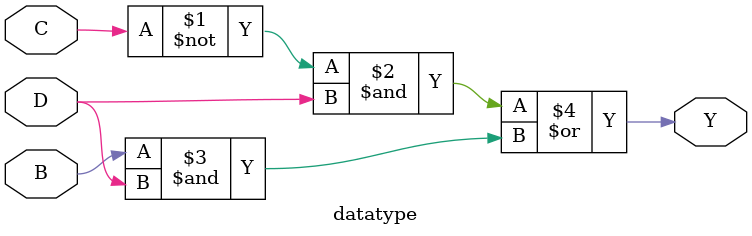
<source format=v>
`timescale 1ns / 1ps
module datatype(
    input B,
    input C,
    input D,
    output Y
    );
	 assign Y=(~C&D)|(B&D);


endmodule

</source>
